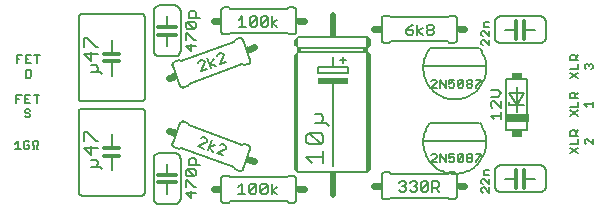
<source format=gto>
G75*
G70*
%OFA0B0*%
%FSLAX24Y24*%
%IPPOS*%
%LPD*%
%AMOC8*
5,1,8,0,0,1.08239X$1,22.5*
%
%ADD10C,0.0050*%
%ADD11C,0.0240*%
%ADD12C,0.0060*%
%ADD13R,0.0100X0.0240*%
%ADD14C,0.0120*%
%ADD15C,0.0200*%
%ADD16R,0.1000X0.0200*%
%ADD17R,0.0200X0.0300*%
%ADD18C,0.0070*%
%ADD19R,0.0787X0.0300*%
%ADD20R,0.0320X0.0220*%
D10*
X003182Y001480D02*
X003257Y001405D01*
X003182Y001480D02*
X003031Y001480D01*
X003106Y001555D01*
X003106Y001630D01*
X003031Y001705D01*
X002881Y001705D01*
X002881Y001865D02*
X002881Y002165D01*
X002656Y002090D02*
X002881Y001865D01*
X003106Y002090D02*
X002656Y002090D01*
X002656Y002325D02*
X002656Y002626D01*
X002731Y002626D01*
X003031Y002325D01*
X003106Y002325D01*
X001121Y002289D02*
X001121Y002199D01*
X001076Y002154D01*
X001076Y002064D01*
X001121Y002064D01*
X000986Y002064D02*
X000986Y002154D01*
X000941Y002199D01*
X000941Y002289D01*
X000986Y002334D01*
X001076Y002334D01*
X001121Y002289D01*
X000826Y002289D02*
X000781Y002334D01*
X000691Y002334D01*
X000646Y002289D01*
X000646Y002109D01*
X000691Y002064D01*
X000781Y002064D01*
X000826Y002109D01*
X000826Y002199D01*
X000736Y002199D01*
X000441Y002334D02*
X000441Y002064D01*
X000351Y002064D02*
X000532Y002064D01*
X000351Y002244D02*
X000441Y002334D01*
X000941Y002064D02*
X000986Y002064D01*
X002881Y001480D02*
X003031Y001480D01*
X006030Y001335D02*
X006030Y001218D01*
X006089Y001160D01*
X006322Y001160D01*
X006089Y001394D01*
X006322Y001394D01*
X006381Y001335D01*
X006381Y001218D01*
X006322Y001160D01*
X006089Y001025D02*
X006322Y000792D01*
X006381Y000792D01*
X006205Y000657D02*
X006205Y000423D01*
X006030Y000599D01*
X006381Y000599D01*
X006030Y000792D02*
X006030Y001025D01*
X006089Y001025D01*
X006030Y001335D02*
X006089Y001394D01*
X006147Y001528D02*
X006147Y001703D01*
X006205Y001762D01*
X006322Y001762D01*
X006381Y001703D01*
X006381Y001528D01*
X006497Y001528D02*
X006147Y001528D01*
X006946Y001979D02*
X006822Y002149D01*
X007026Y002198D01*
X007170Y002208D02*
X007245Y002243D01*
X007354Y002203D01*
X007389Y002128D01*
X007369Y002073D01*
X007070Y001934D01*
X007289Y001854D01*
X006782Y002039D02*
X006901Y002368D01*
X006755Y002359D02*
X006735Y002304D01*
X006435Y002165D01*
X006655Y002085D01*
X006755Y002359D02*
X006720Y002434D01*
X006610Y002474D01*
X006535Y002439D01*
X007906Y000916D02*
X007906Y000565D01*
X007790Y000565D02*
X008023Y000565D01*
X008158Y000624D02*
X008391Y000857D01*
X008391Y000624D01*
X008333Y000565D01*
X008216Y000565D01*
X008158Y000624D01*
X008158Y000857D01*
X008216Y000916D01*
X008333Y000916D01*
X008391Y000857D01*
X008526Y000857D02*
X008585Y000916D01*
X008701Y000916D01*
X008760Y000857D01*
X008526Y000624D01*
X008585Y000565D01*
X008701Y000565D01*
X008760Y000624D01*
X008760Y000857D01*
X008895Y000916D02*
X008895Y000565D01*
X008895Y000682D02*
X009070Y000565D01*
X008895Y000682D02*
X009070Y000799D01*
X008526Y000857D02*
X008526Y000624D01*
X007906Y000916D02*
X007790Y000799D01*
X013142Y000711D02*
X013201Y000653D01*
X013317Y000653D01*
X013376Y000711D01*
X013376Y000770D01*
X013317Y000828D01*
X013259Y000828D01*
X013317Y000828D02*
X013376Y000887D01*
X013376Y000945D01*
X013317Y001003D01*
X013201Y001003D01*
X013142Y000945D01*
X013511Y000945D02*
X013569Y001003D01*
X013686Y001003D01*
X013744Y000945D01*
X013744Y000887D01*
X013686Y000828D01*
X013744Y000770D01*
X013744Y000711D01*
X013686Y000653D01*
X013569Y000653D01*
X013511Y000711D01*
X013627Y000828D02*
X013686Y000828D01*
X013879Y000711D02*
X014112Y000945D01*
X014112Y000711D01*
X014054Y000653D01*
X013937Y000653D01*
X013879Y000711D01*
X013879Y000945D01*
X013937Y001003D01*
X014054Y001003D01*
X014112Y000945D01*
X014247Y001003D02*
X014422Y001003D01*
X014481Y000945D01*
X014481Y000828D01*
X014422Y000770D01*
X014247Y000770D01*
X014247Y000653D02*
X014247Y001003D01*
X014364Y000770D02*
X014481Y000653D01*
X015886Y000655D02*
X015931Y000610D01*
X015886Y000655D02*
X015886Y000745D01*
X015931Y000790D01*
X015976Y000790D01*
X016156Y000610D01*
X016156Y000790D01*
X016156Y000905D02*
X015976Y001085D01*
X015931Y001085D01*
X015886Y001040D01*
X015886Y000950D01*
X015931Y000905D01*
X016156Y000905D02*
X016156Y001085D01*
X016156Y001200D02*
X015976Y001200D01*
X015976Y001335D01*
X016021Y001380D01*
X016156Y001380D01*
X015697Y001632D02*
X015697Y001677D01*
X015877Y001857D01*
X015877Y001902D01*
X015697Y001902D01*
X015582Y001857D02*
X015582Y001812D01*
X015537Y001767D01*
X015447Y001767D01*
X015402Y001812D01*
X015402Y001857D01*
X015447Y001902D01*
X015537Y001902D01*
X015582Y001857D01*
X015537Y001767D02*
X015582Y001722D01*
X015582Y001677D01*
X015537Y001632D01*
X015447Y001632D01*
X015402Y001677D01*
X015402Y001722D01*
X015447Y001767D01*
X015288Y001677D02*
X015242Y001632D01*
X015152Y001632D01*
X015107Y001677D01*
X015288Y001857D01*
X015288Y001677D01*
X015107Y001677D02*
X015107Y001857D01*
X015152Y001902D01*
X015242Y001902D01*
X015288Y001857D01*
X014993Y001902D02*
X014813Y001902D01*
X014813Y001767D01*
X014903Y001812D01*
X014948Y001812D01*
X014993Y001767D01*
X014993Y001677D01*
X014948Y001632D01*
X014858Y001632D01*
X014813Y001677D01*
X014698Y001632D02*
X014698Y001902D01*
X014518Y001902D02*
X014698Y001632D01*
X014518Y001632D02*
X014518Y001902D01*
X014404Y001857D02*
X014359Y001902D01*
X014268Y001902D01*
X014223Y001857D01*
X014404Y001857D02*
X014404Y001812D01*
X014223Y001632D01*
X014404Y001632D01*
X014047Y002731D02*
X014074Y002787D01*
X014105Y002841D01*
X014139Y002893D01*
X014176Y002943D01*
X014177Y002943D02*
X015826Y002943D01*
X016200Y003185D02*
X016317Y003068D01*
X016200Y003185D02*
X016551Y003185D01*
X016551Y003301D02*
X016551Y003068D01*
X016551Y003436D02*
X016317Y003670D01*
X016259Y003670D01*
X016200Y003611D01*
X016200Y003495D01*
X016259Y003436D01*
X016551Y003436D02*
X016551Y003670D01*
X016434Y003805D02*
X016200Y003805D01*
X016434Y003805D02*
X016551Y003921D01*
X016434Y004038D01*
X016200Y004038D01*
X015877Y004338D02*
X015697Y004157D01*
X015697Y004112D01*
X015582Y004157D02*
X015537Y004112D01*
X015447Y004112D01*
X015402Y004157D01*
X015402Y004202D01*
X015447Y004248D01*
X015537Y004248D01*
X015582Y004202D01*
X015582Y004157D01*
X015537Y004248D02*
X015582Y004293D01*
X015582Y004338D01*
X015537Y004383D01*
X015447Y004383D01*
X015402Y004338D01*
X015402Y004293D01*
X015447Y004248D01*
X015288Y004338D02*
X015288Y004157D01*
X015242Y004112D01*
X015152Y004112D01*
X015107Y004157D01*
X015288Y004338D01*
X015242Y004383D01*
X015152Y004383D01*
X015107Y004338D01*
X015107Y004157D01*
X014993Y004157D02*
X014948Y004112D01*
X014858Y004112D01*
X014813Y004157D01*
X014813Y004248D02*
X014903Y004293D01*
X014948Y004293D01*
X014993Y004248D01*
X014993Y004157D01*
X014813Y004248D02*
X014813Y004383D01*
X014993Y004383D01*
X014698Y004383D02*
X014698Y004112D01*
X014518Y004383D01*
X014518Y004112D01*
X014404Y004112D02*
X014223Y004112D01*
X014404Y004293D01*
X014404Y004338D01*
X014359Y004383D01*
X014268Y004383D01*
X014223Y004338D01*
X014047Y005211D02*
X014074Y005267D01*
X014105Y005321D01*
X014139Y005373D01*
X014176Y005423D01*
X014177Y005423D02*
X015826Y005423D01*
X015931Y005532D02*
X015886Y005577D01*
X015886Y005667D01*
X015931Y005712D01*
X015976Y005712D01*
X016156Y005532D01*
X016156Y005712D01*
X016156Y005826D02*
X015976Y006006D01*
X015931Y006006D01*
X015886Y005961D01*
X015886Y005871D01*
X015931Y005826D01*
X016156Y005826D02*
X016156Y006006D01*
X016156Y006121D02*
X015976Y006121D01*
X015976Y006256D01*
X016021Y006301D01*
X016156Y006301D01*
X014296Y006162D02*
X014296Y006104D01*
X014237Y006045D01*
X014121Y006045D01*
X014062Y006104D01*
X014062Y006162D01*
X014121Y006220D01*
X014237Y006220D01*
X014296Y006162D01*
X014237Y006045D02*
X014296Y005987D01*
X014296Y005929D01*
X014237Y005870D01*
X014121Y005870D01*
X014062Y005929D01*
X014062Y005987D01*
X014121Y006045D01*
X013930Y006104D02*
X013755Y005987D01*
X013930Y005870D01*
X013755Y005870D02*
X013755Y006220D01*
X013620Y006220D02*
X013504Y006162D01*
X013387Y006045D01*
X013562Y006045D01*
X013620Y005987D01*
X013620Y005929D01*
X013562Y005870D01*
X013445Y005870D01*
X013387Y005929D01*
X013387Y006045D01*
X013953Y004823D02*
X014449Y004823D01*
X014554Y004823D01*
X015449Y004823D01*
X015554Y004823D01*
X016050Y004823D01*
X015952Y005220D02*
X015925Y005274D01*
X015895Y005325D01*
X015862Y005375D01*
X015827Y005423D01*
X013953Y004823D02*
X013952Y004759D01*
X013955Y004695D01*
X013962Y004631D01*
X013972Y004568D01*
X013987Y004506D01*
X014005Y004445D01*
X014027Y004384D01*
X014052Y004326D01*
X016051Y004823D02*
X016046Y004882D01*
X016039Y004940D01*
X016028Y004998D01*
X016013Y005055D01*
X015996Y005111D01*
X015976Y005166D01*
X015952Y005220D01*
X016051Y004823D02*
X016052Y004759D01*
X016049Y004695D01*
X016042Y004631D01*
X016032Y004568D01*
X016017Y004506D01*
X015999Y004445D01*
X015977Y004384D01*
X015952Y004326D01*
X015877Y004338D02*
X015877Y004383D01*
X015697Y004383D01*
X013953Y004823D02*
X013958Y004882D01*
X013965Y004940D01*
X013976Y004998D01*
X013991Y005055D01*
X014008Y005111D01*
X014028Y005166D01*
X014052Y005220D01*
X014052Y004326D02*
X014081Y004269D01*
X014114Y004213D01*
X014149Y004160D01*
X014189Y004109D01*
X014231Y004061D01*
X014276Y004015D01*
X014323Y003972D01*
X014373Y003932D01*
X014426Y003895D01*
X014481Y003862D01*
X014537Y003831D01*
X014596Y003805D01*
X014656Y003782D01*
X014717Y003762D01*
X014779Y003747D01*
X014842Y003735D01*
X014906Y003727D01*
X014970Y003723D01*
X015034Y003723D01*
X015098Y003727D01*
X015162Y003735D01*
X015225Y003747D01*
X015287Y003762D01*
X015348Y003782D01*
X015408Y003805D01*
X015467Y003831D01*
X015523Y003862D01*
X015578Y003895D01*
X015631Y003932D01*
X015681Y003972D01*
X015728Y004015D01*
X015773Y004061D01*
X015815Y004109D01*
X015855Y004160D01*
X015890Y004213D01*
X015923Y004269D01*
X015952Y004326D01*
X018852Y004436D02*
X019123Y004616D01*
X019123Y004731D02*
X018852Y004731D01*
X018852Y004616D02*
X019123Y004436D01*
X019123Y004731D02*
X019123Y004911D01*
X019123Y005025D02*
X018852Y005025D01*
X018852Y005160D01*
X018897Y005205D01*
X018987Y005205D01*
X019032Y005160D01*
X019032Y005025D01*
X019032Y005115D02*
X019123Y005205D01*
X019377Y004911D02*
X019422Y004911D01*
X019467Y004866D01*
X019512Y004911D01*
X019558Y004911D01*
X019603Y004866D01*
X019603Y004776D01*
X019558Y004731D01*
X019467Y004821D02*
X019467Y004866D01*
X019377Y004911D02*
X019332Y004866D01*
X019332Y004776D01*
X019377Y004731D01*
X019115Y003948D02*
X019025Y003857D01*
X019025Y003902D02*
X019025Y003767D01*
X019115Y003767D02*
X018845Y003767D01*
X018845Y003902D01*
X018890Y003948D01*
X018980Y003948D01*
X019025Y003902D01*
X019115Y003653D02*
X019115Y003473D01*
X018845Y003473D01*
X018845Y003358D02*
X019115Y003178D01*
X019115Y003358D02*
X018845Y003178D01*
X019325Y003563D02*
X019415Y003473D01*
X019595Y003473D02*
X019595Y003653D01*
X019595Y003563D02*
X019325Y003563D01*
X019123Y002696D02*
X019032Y002606D01*
X019032Y002651D02*
X019032Y002515D01*
X019123Y002515D02*
X018852Y002515D01*
X018852Y002651D01*
X018897Y002696D01*
X018987Y002696D01*
X019032Y002651D01*
X019123Y002401D02*
X019123Y002221D01*
X018852Y002221D01*
X018852Y002106D02*
X019123Y001926D01*
X019123Y002106D02*
X018852Y001926D01*
X019332Y002266D02*
X019377Y002221D01*
X019332Y002266D02*
X019332Y002356D01*
X019377Y002401D01*
X019422Y002401D01*
X019603Y002221D01*
X019603Y002401D01*
X016050Y002343D02*
X015554Y002343D01*
X015449Y002343D01*
X014554Y002343D01*
X014449Y002343D01*
X013953Y002343D01*
X015952Y001846D02*
X015977Y001904D01*
X015999Y001965D01*
X016017Y002026D01*
X016032Y002088D01*
X016042Y002151D01*
X016049Y002215D01*
X016052Y002279D01*
X016051Y002343D01*
X015952Y002740D02*
X015925Y002794D01*
X015895Y002845D01*
X015862Y002895D01*
X015827Y002943D01*
X013953Y002343D02*
X013952Y002279D01*
X013955Y002215D01*
X013962Y002151D01*
X013972Y002088D01*
X013987Y002026D01*
X014005Y001965D01*
X014027Y001904D01*
X014052Y001846D01*
X016051Y002343D02*
X016046Y002402D01*
X016039Y002460D01*
X016028Y002518D01*
X016013Y002575D01*
X015996Y002631D01*
X015976Y002686D01*
X015952Y002740D01*
X015952Y001846D02*
X015923Y001789D01*
X015890Y001733D01*
X015855Y001680D01*
X015815Y001629D01*
X015773Y001581D01*
X015728Y001535D01*
X015681Y001492D01*
X015631Y001452D01*
X015578Y001415D01*
X015523Y001382D01*
X015467Y001351D01*
X015408Y001325D01*
X015348Y001302D01*
X015287Y001282D01*
X015225Y001267D01*
X015162Y001255D01*
X015098Y001247D01*
X015034Y001243D01*
X014970Y001243D01*
X014906Y001247D01*
X014842Y001255D01*
X014779Y001267D01*
X014717Y001282D01*
X014656Y001302D01*
X014596Y001325D01*
X014537Y001351D01*
X014481Y001382D01*
X014426Y001415D01*
X014373Y001452D01*
X014323Y001492D01*
X014276Y001535D01*
X014231Y001581D01*
X014189Y001629D01*
X014149Y001680D01*
X014114Y001733D01*
X014081Y001789D01*
X014052Y001846D01*
X013953Y002343D02*
X013958Y002402D01*
X013965Y002460D01*
X013976Y002518D01*
X013991Y002575D01*
X014008Y002631D01*
X014028Y002686D01*
X014052Y002740D01*
X007383Y004968D02*
X007164Y004888D01*
X007304Y005187D01*
X007284Y005242D01*
X007209Y005277D01*
X007099Y005237D01*
X007064Y005162D01*
X006960Y005062D02*
X006836Y004893D01*
X007040Y004843D01*
X006876Y004783D02*
X006756Y005112D01*
X006649Y005011D02*
X006574Y005046D01*
X006465Y005006D01*
X006430Y004931D01*
X006649Y005011D02*
X006669Y004956D01*
X006530Y004657D01*
X006749Y004737D01*
X006205Y005345D02*
X006205Y005578D01*
X006030Y005520D02*
X006205Y005345D01*
X006030Y005520D02*
X006381Y005520D01*
X006381Y005713D02*
X006322Y005713D01*
X006089Y005947D01*
X006030Y005947D01*
X006030Y005713D01*
X006089Y006081D02*
X006030Y006140D01*
X006030Y006256D01*
X006089Y006315D01*
X006322Y006081D01*
X006381Y006140D01*
X006381Y006256D01*
X006322Y006315D01*
X006089Y006315D01*
X006147Y006450D02*
X006147Y006625D01*
X006205Y006683D01*
X006322Y006683D01*
X006381Y006625D01*
X006381Y006450D01*
X006497Y006450D02*
X006147Y006450D01*
X006089Y006081D02*
X006322Y006081D01*
X007803Y006152D02*
X008037Y006152D01*
X007920Y006152D02*
X007920Y006502D01*
X007803Y006385D01*
X008171Y006444D02*
X008230Y006502D01*
X008347Y006502D01*
X008405Y006444D01*
X008171Y006210D01*
X008230Y006152D01*
X008347Y006152D01*
X008405Y006210D01*
X008405Y006444D01*
X008540Y006444D02*
X008598Y006502D01*
X008715Y006502D01*
X008773Y006444D01*
X008540Y006210D01*
X008598Y006152D01*
X008715Y006152D01*
X008773Y006210D01*
X008773Y006444D01*
X008908Y006502D02*
X008908Y006152D01*
X008908Y006269D02*
X009083Y006152D01*
X008908Y006269D02*
X009083Y006385D01*
X008540Y006444D02*
X008540Y006210D01*
X008171Y006210D02*
X008171Y006444D01*
X003106Y005475D02*
X003031Y005475D01*
X002731Y005775D01*
X002656Y005775D01*
X002656Y005475D01*
X002881Y005315D02*
X002881Y005015D01*
X002656Y005240D01*
X003106Y005240D01*
X003031Y004854D02*
X002881Y004854D01*
X003031Y004854D02*
X003106Y004779D01*
X003106Y004704D01*
X003031Y004629D01*
X003182Y004629D01*
X003257Y004554D01*
X003031Y004629D02*
X002881Y004629D01*
X001170Y005196D02*
X000990Y005196D01*
X001080Y005196D02*
X001080Y004926D01*
X000875Y004926D02*
X000695Y004926D01*
X000695Y005196D01*
X000875Y005196D01*
X000785Y005061D02*
X000695Y005061D01*
X000491Y005061D02*
X000401Y005061D01*
X000401Y004926D02*
X000401Y005196D01*
X000581Y005196D01*
X000695Y004716D02*
X000830Y004716D01*
X000875Y004671D01*
X000875Y004491D01*
X000830Y004446D01*
X000695Y004446D01*
X000695Y004716D01*
X000676Y003877D02*
X000676Y003607D01*
X000856Y003607D01*
X001060Y003607D02*
X001060Y003877D01*
X000970Y003877D02*
X001150Y003877D01*
X000856Y003877D02*
X000676Y003877D01*
X000561Y003877D02*
X000381Y003877D01*
X000381Y003607D01*
X000381Y003742D02*
X000471Y003742D01*
X000676Y003742D02*
X000766Y003742D01*
X000811Y003397D02*
X000721Y003397D01*
X000676Y003352D01*
X000676Y003307D01*
X000721Y003262D01*
X000811Y003262D01*
X000856Y003217D01*
X000856Y003172D01*
X000811Y003127D01*
X000721Y003127D01*
X000676Y003172D01*
X000856Y003352D02*
X000811Y003397D01*
D11*
X005482Y002680D02*
X005623Y002629D01*
X008160Y001705D02*
X008301Y001654D01*
X007116Y000730D02*
X006966Y000730D01*
X009816Y000730D02*
X009966Y000730D01*
X012320Y000848D02*
X012470Y000848D01*
X015170Y000848D02*
X015320Y000848D01*
X005623Y004481D02*
X005482Y004429D01*
X008160Y005404D02*
X008301Y005456D01*
X007116Y006340D02*
X006966Y006340D01*
X009816Y006340D02*
X009966Y006340D01*
X012320Y006065D02*
X012470Y006065D01*
X015170Y006065D02*
X015320Y006065D01*
D12*
X002465Y003320D02*
X002465Y000620D01*
X002467Y000603D01*
X002471Y000586D01*
X002478Y000570D01*
X002488Y000556D01*
X002501Y000543D01*
X002515Y000533D01*
X002531Y000526D01*
X002548Y000522D01*
X002565Y000520D01*
X004565Y000520D01*
X004582Y000522D01*
X004599Y000526D01*
X004615Y000533D01*
X004629Y000543D01*
X004642Y000556D01*
X004652Y000570D01*
X004659Y000586D01*
X004663Y000603D01*
X004665Y000620D01*
X004665Y003320D01*
X004663Y003337D01*
X004659Y003354D01*
X004652Y003370D01*
X004642Y003384D01*
X004629Y003397D01*
X004615Y003407D01*
X004599Y003414D01*
X004582Y003418D01*
X004565Y003420D01*
X002565Y003420D01*
X002548Y003418D01*
X002531Y003414D01*
X002515Y003407D01*
X002501Y003397D01*
X002488Y003384D01*
X002478Y003370D01*
X002471Y003354D01*
X002467Y003337D01*
X002465Y003320D01*
X002565Y003670D02*
X004565Y003670D01*
X004582Y003672D01*
X004599Y003676D01*
X004615Y003683D01*
X004629Y003693D01*
X004642Y003706D01*
X004652Y003720D01*
X004659Y003736D01*
X004663Y003753D01*
X004665Y003770D01*
X004665Y006470D01*
X004663Y006487D01*
X004659Y006504D01*
X004652Y006520D01*
X004642Y006534D01*
X004629Y006547D01*
X004615Y006557D01*
X004599Y006564D01*
X004582Y006568D01*
X004565Y006570D01*
X002565Y006570D01*
X002548Y006568D01*
X002531Y006564D01*
X002515Y006557D01*
X002501Y006547D01*
X002488Y006534D01*
X002478Y006520D01*
X002471Y006504D01*
X002467Y006487D01*
X002465Y006470D01*
X002465Y003770D01*
X002467Y003753D01*
X002471Y003736D01*
X002478Y003720D01*
X002488Y003706D01*
X002501Y003693D01*
X002515Y003683D01*
X002531Y003676D01*
X002548Y003672D01*
X002565Y003670D01*
X003565Y004520D02*
X003565Y005000D01*
X003565Y005250D02*
X003565Y005720D01*
X004965Y005356D02*
X004965Y006656D01*
X004967Y006682D01*
X004972Y006708D01*
X004980Y006733D01*
X004992Y006756D01*
X005006Y006778D01*
X005024Y006797D01*
X005043Y006815D01*
X005065Y006829D01*
X005088Y006841D01*
X005113Y006849D01*
X005139Y006854D01*
X005165Y006856D01*
X005665Y006856D01*
X005691Y006854D01*
X005717Y006849D01*
X005742Y006841D01*
X005765Y006829D01*
X005787Y006815D01*
X005806Y006797D01*
X005824Y006778D01*
X005838Y006756D01*
X005850Y006733D01*
X005858Y006708D01*
X005863Y006682D01*
X005865Y006656D01*
X005865Y005356D01*
X005863Y005330D01*
X005858Y005304D01*
X005850Y005279D01*
X005838Y005256D01*
X005824Y005234D01*
X005806Y005215D01*
X005787Y005197D01*
X005765Y005183D01*
X005742Y005171D01*
X005717Y005163D01*
X005691Y005158D01*
X005665Y005156D01*
X005165Y005156D01*
X005139Y005158D01*
X005113Y005163D01*
X005088Y005171D01*
X005065Y005183D01*
X005043Y005197D01*
X005024Y005215D01*
X005006Y005234D01*
X004992Y005256D01*
X004980Y005279D01*
X004972Y005304D01*
X004967Y005330D01*
X004965Y005356D01*
X005415Y005506D02*
X005415Y005876D01*
X005415Y006126D02*
X005415Y006506D01*
X007216Y006690D02*
X007216Y005990D01*
X007218Y005973D01*
X007222Y005956D01*
X007229Y005940D01*
X007239Y005926D01*
X007252Y005913D01*
X007266Y005903D01*
X007282Y005896D01*
X007299Y005892D01*
X007316Y005890D01*
X007466Y005890D01*
X007516Y005940D01*
X009416Y005940D01*
X009466Y005890D01*
X009616Y005890D01*
X009633Y005892D01*
X009650Y005896D01*
X009666Y005903D01*
X009680Y005913D01*
X009693Y005926D01*
X009703Y005940D01*
X009710Y005956D01*
X009714Y005973D01*
X009716Y005990D01*
X009716Y006690D01*
X009714Y006707D01*
X009710Y006724D01*
X009703Y006740D01*
X009693Y006754D01*
X009680Y006767D01*
X009666Y006777D01*
X009650Y006784D01*
X009633Y006788D01*
X009616Y006790D01*
X009466Y006790D01*
X009416Y006740D01*
X007516Y006740D01*
X007466Y006790D01*
X007316Y006790D01*
X007299Y006788D01*
X007282Y006784D01*
X007266Y006777D01*
X007252Y006767D01*
X007239Y006754D01*
X007229Y006740D01*
X007222Y006724D01*
X007218Y006707D01*
X007216Y006690D01*
X007677Y005707D02*
X007818Y005759D01*
X007946Y005699D02*
X008186Y005041D01*
X008190Y005024D01*
X008192Y005007D01*
X008190Y004990D01*
X008186Y004973D01*
X008179Y004957D01*
X008169Y004943D01*
X008156Y004930D01*
X008142Y004920D01*
X008126Y004913D01*
X007985Y004862D01*
X007921Y004892D01*
X006135Y004242D01*
X006106Y004178D01*
X005965Y004126D01*
X005964Y004126D02*
X005947Y004122D01*
X005930Y004120D01*
X005913Y004122D01*
X005896Y004126D01*
X005880Y004133D01*
X005866Y004143D01*
X005853Y004156D01*
X005843Y004170D01*
X005836Y004186D01*
X005597Y004844D01*
X005593Y004861D01*
X005591Y004878D01*
X005593Y004895D01*
X005597Y004912D01*
X005604Y004928D01*
X005614Y004942D01*
X005627Y004955D01*
X005641Y004965D01*
X005657Y004972D01*
X005798Y005023D01*
X005862Y004993D01*
X007647Y005643D01*
X007677Y005707D01*
X007818Y005759D02*
X007837Y005764D01*
X007856Y005765D01*
X007876Y005762D01*
X007894Y005756D01*
X007911Y005746D01*
X007926Y005733D01*
X007937Y005717D01*
X007946Y005699D01*
X009677Y005695D02*
X009677Y005545D01*
X009727Y005495D01*
X009727Y005745D01*
X009677Y005695D01*
X009697Y005695D01*
X009697Y005545D01*
X009727Y005495D02*
X009777Y005445D01*
X009797Y005445D01*
X009797Y005295D01*
X009777Y005295D01*
X009727Y005245D01*
X009727Y001345D01*
X009677Y001395D01*
X009677Y005195D01*
X009697Y005195D01*
X009697Y001395D01*
X009727Y001345D02*
X009777Y001295D01*
X012077Y001295D01*
X012077Y005295D01*
X012077Y005445D01*
X011977Y005445D01*
X009827Y005445D01*
X009827Y005295D01*
X009797Y005295D01*
X009777Y005295D02*
X009777Y005445D01*
X009797Y005445D02*
X009827Y005445D01*
X009827Y005295D02*
X011977Y005295D01*
X011977Y005445D01*
X012077Y005445D02*
X012077Y005795D01*
X012177Y005695D01*
X012177Y005545D01*
X012077Y005445D01*
X012077Y005295D02*
X011977Y005295D01*
X012077Y005295D02*
X012177Y005195D01*
X012177Y001395D01*
X012077Y001295D01*
X012570Y001198D02*
X012570Y000498D01*
X012572Y000481D01*
X012576Y000464D01*
X012583Y000448D01*
X012593Y000434D01*
X012606Y000421D01*
X012620Y000411D01*
X012636Y000404D01*
X012653Y000400D01*
X012670Y000398D01*
X012820Y000398D01*
X012870Y000448D01*
X014770Y000448D01*
X014820Y000398D01*
X014970Y000398D01*
X014987Y000400D01*
X015004Y000404D01*
X015020Y000411D01*
X015034Y000421D01*
X015047Y000434D01*
X015057Y000448D01*
X015064Y000464D01*
X015068Y000481D01*
X015070Y000498D01*
X015070Y001198D01*
X015068Y001215D01*
X015064Y001232D01*
X015057Y001248D01*
X015047Y001262D01*
X015034Y001275D01*
X015020Y001285D01*
X015004Y001292D01*
X014987Y001296D01*
X014970Y001298D01*
X014820Y001298D01*
X014770Y001248D01*
X012870Y001248D01*
X012820Y001298D01*
X012670Y001298D01*
X012653Y001296D01*
X012636Y001292D01*
X012620Y001285D01*
X012606Y001275D01*
X012593Y001262D01*
X012583Y001248D01*
X012576Y001232D01*
X012572Y001215D01*
X012570Y001198D01*
X010927Y001495D02*
X010927Y004295D01*
X010427Y004595D02*
X011427Y004595D01*
X011427Y004795D01*
X010927Y004795D01*
X010427Y004795D01*
X010427Y004595D01*
X010927Y004795D02*
X010927Y005145D01*
X011177Y005045D02*
X011377Y005045D01*
X011277Y005145D02*
X011277Y004945D01*
X009727Y005245D02*
X009677Y005195D01*
X009727Y005745D02*
X009777Y005795D01*
X012077Y005795D01*
X012570Y005715D02*
X012570Y006415D01*
X012572Y006432D01*
X012576Y006449D01*
X012583Y006465D01*
X012593Y006479D01*
X012606Y006492D01*
X012620Y006502D01*
X012636Y006509D01*
X012653Y006513D01*
X012670Y006515D01*
X012820Y006515D01*
X012870Y006465D01*
X014770Y006465D01*
X014820Y006515D01*
X014970Y006515D01*
X014987Y006513D01*
X015004Y006509D01*
X015020Y006502D01*
X015034Y006492D01*
X015047Y006479D01*
X015057Y006465D01*
X015064Y006449D01*
X015068Y006432D01*
X015070Y006415D01*
X015070Y005715D01*
X015068Y005698D01*
X015064Y005681D01*
X015057Y005665D01*
X015047Y005651D01*
X015034Y005638D01*
X015020Y005628D01*
X015004Y005621D01*
X014987Y005617D01*
X014970Y005615D01*
X014820Y005615D01*
X014770Y005665D01*
X012870Y005665D01*
X012820Y005615D01*
X012670Y005615D01*
X012653Y005617D01*
X012636Y005621D01*
X012620Y005628D01*
X012606Y005638D01*
X012593Y005651D01*
X012583Y005665D01*
X012576Y005681D01*
X012572Y005698D01*
X012570Y005715D01*
X016337Y005795D02*
X016337Y006295D01*
X016339Y006321D01*
X016344Y006347D01*
X016352Y006372D01*
X016364Y006395D01*
X016378Y006417D01*
X016396Y006436D01*
X016415Y006454D01*
X016437Y006468D01*
X016460Y006480D01*
X016485Y006488D01*
X016511Y006493D01*
X016537Y006495D01*
X017837Y006495D01*
X017863Y006493D01*
X017889Y006488D01*
X017914Y006480D01*
X017937Y006468D01*
X017959Y006454D01*
X017978Y006436D01*
X017996Y006417D01*
X018010Y006395D01*
X018022Y006372D01*
X018030Y006347D01*
X018035Y006321D01*
X018037Y006295D01*
X018037Y005795D01*
X018035Y005769D01*
X018030Y005743D01*
X018022Y005718D01*
X018010Y005695D01*
X017996Y005673D01*
X017978Y005654D01*
X017959Y005636D01*
X017937Y005622D01*
X017914Y005610D01*
X017889Y005602D01*
X017863Y005597D01*
X017837Y005595D01*
X016537Y005595D01*
X016511Y005597D01*
X016485Y005602D01*
X016460Y005610D01*
X016437Y005622D01*
X016415Y005636D01*
X016396Y005654D01*
X016378Y005673D01*
X016364Y005695D01*
X016352Y005718D01*
X016344Y005743D01*
X016339Y005769D01*
X016337Y005795D01*
X016687Y006045D02*
X017057Y006045D01*
X017307Y006045D02*
X017687Y006045D01*
X017419Y004401D02*
X016719Y004401D01*
X016719Y002689D01*
X017419Y002689D01*
X017419Y004401D01*
X017069Y004145D02*
X017069Y003545D01*
X016819Y003545D01*
X016819Y003645D01*
X017069Y003545D02*
X017319Y003545D01*
X017069Y003545D02*
X016819Y003945D01*
X017319Y003945D01*
X017069Y003545D01*
X017069Y003295D01*
X016537Y001534D02*
X017837Y001534D01*
X017863Y001532D01*
X017889Y001527D01*
X017914Y001519D01*
X017937Y001507D01*
X017959Y001493D01*
X017978Y001475D01*
X017996Y001456D01*
X018010Y001434D01*
X018022Y001411D01*
X018030Y001386D01*
X018035Y001360D01*
X018037Y001334D01*
X018037Y000834D01*
X018035Y000808D01*
X018030Y000782D01*
X018022Y000757D01*
X018010Y000734D01*
X017996Y000712D01*
X017978Y000693D01*
X017959Y000675D01*
X017937Y000661D01*
X017914Y000649D01*
X017889Y000641D01*
X017863Y000636D01*
X017837Y000634D01*
X016537Y000634D01*
X016511Y000636D01*
X016485Y000641D01*
X016460Y000649D01*
X016437Y000661D01*
X016415Y000675D01*
X016396Y000693D01*
X016378Y000712D01*
X016364Y000734D01*
X016352Y000757D01*
X016344Y000782D01*
X016339Y000808D01*
X016337Y000834D01*
X016337Y001334D01*
X016339Y001360D01*
X016344Y001386D01*
X016352Y001411D01*
X016364Y001434D01*
X016378Y001456D01*
X016396Y001475D01*
X016415Y001493D01*
X016437Y001507D01*
X016460Y001519D01*
X016485Y001527D01*
X016511Y001532D01*
X016537Y001534D01*
X016687Y001084D02*
X017057Y001084D01*
X017307Y001084D02*
X017687Y001084D01*
X009716Y001080D02*
X009716Y000380D01*
X009714Y000363D01*
X009710Y000346D01*
X009703Y000330D01*
X009693Y000316D01*
X009680Y000303D01*
X009666Y000293D01*
X009650Y000286D01*
X009633Y000282D01*
X009616Y000280D01*
X009466Y000280D01*
X009416Y000330D01*
X007516Y000330D01*
X007466Y000280D01*
X007316Y000280D01*
X007299Y000282D01*
X007282Y000286D01*
X007266Y000293D01*
X007252Y000303D01*
X007239Y000316D01*
X007229Y000330D01*
X007222Y000346D01*
X007218Y000363D01*
X007216Y000380D01*
X007216Y001080D01*
X007218Y001097D01*
X007222Y001114D01*
X007229Y001130D01*
X007239Y001144D01*
X007252Y001157D01*
X007266Y001167D01*
X007282Y001174D01*
X007299Y001178D01*
X007316Y001180D01*
X007466Y001180D01*
X007516Y001130D01*
X009416Y001130D01*
X009466Y001180D01*
X009616Y001180D01*
X009633Y001178D01*
X009650Y001174D01*
X009666Y001167D01*
X009680Y001157D01*
X009693Y001144D01*
X009703Y001130D01*
X009710Y001114D01*
X009714Y001097D01*
X009716Y001080D01*
X007946Y001411D02*
X008186Y002068D01*
X008190Y002085D01*
X008192Y002102D01*
X008190Y002119D01*
X008186Y002136D01*
X008179Y002152D01*
X008169Y002166D01*
X008156Y002179D01*
X008142Y002189D01*
X008126Y002196D01*
X007985Y002248D01*
X007921Y002218D01*
X006135Y002868D01*
X006106Y002932D01*
X005965Y002983D01*
X005836Y002923D02*
X005597Y002266D01*
X005597Y002265D02*
X005593Y002248D01*
X005591Y002231D01*
X005593Y002214D01*
X005597Y002197D01*
X005604Y002181D01*
X005614Y002167D01*
X005627Y002154D01*
X005641Y002144D01*
X005657Y002137D01*
X005798Y002086D01*
X005862Y002116D01*
X007647Y001466D01*
X007677Y001402D01*
X007818Y001351D01*
X007835Y001347D01*
X007852Y001345D01*
X007869Y001347D01*
X007886Y001351D01*
X007902Y001358D01*
X007916Y001368D01*
X007929Y001381D01*
X007939Y001395D01*
X007946Y001411D01*
X005865Y001734D02*
X005865Y000434D01*
X005863Y000408D01*
X005858Y000382D01*
X005850Y000357D01*
X005838Y000334D01*
X005824Y000312D01*
X005806Y000293D01*
X005787Y000275D01*
X005765Y000261D01*
X005742Y000249D01*
X005717Y000241D01*
X005691Y000236D01*
X005665Y000234D01*
X005165Y000234D01*
X005139Y000236D01*
X005113Y000241D01*
X005088Y000249D01*
X005065Y000261D01*
X005043Y000275D01*
X005024Y000293D01*
X005006Y000312D01*
X004992Y000334D01*
X004980Y000357D01*
X004972Y000382D01*
X004967Y000408D01*
X004965Y000434D01*
X004965Y001734D01*
X004967Y001760D01*
X004972Y001786D01*
X004980Y001811D01*
X004992Y001834D01*
X005006Y001856D01*
X005024Y001875D01*
X005043Y001893D01*
X005065Y001907D01*
X005088Y001919D01*
X005113Y001927D01*
X005139Y001932D01*
X005165Y001934D01*
X005665Y001934D01*
X005691Y001932D01*
X005717Y001927D01*
X005742Y001919D01*
X005765Y001907D01*
X005787Y001893D01*
X005806Y001875D01*
X005824Y001856D01*
X005838Y001834D01*
X005850Y001811D01*
X005858Y001786D01*
X005863Y001760D01*
X005865Y001734D01*
X005415Y001584D02*
X005415Y001204D01*
X005415Y000954D02*
X005415Y000584D01*
X003565Y001370D02*
X003565Y001850D01*
X003565Y002100D02*
X003565Y002570D01*
X005836Y002923D02*
X005843Y002939D01*
X005853Y002953D01*
X005866Y002966D01*
X005880Y002976D01*
X005896Y002983D01*
X005913Y002987D01*
X005930Y002989D01*
X005947Y002987D01*
X005964Y002983D01*
D13*
G36*
X005675Y002483D02*
X005582Y002517D01*
X005665Y002741D01*
X005758Y002707D01*
X005675Y002483D01*
G37*
G36*
X008118Y001593D02*
X008025Y001627D01*
X008108Y001851D01*
X008201Y001817D01*
X008118Y001593D01*
G37*
X007166Y000730D03*
X009766Y000730D03*
X012520Y000848D03*
X015120Y000848D03*
G36*
X005758Y004403D02*
X005665Y004369D01*
X005582Y004593D01*
X005675Y004627D01*
X005758Y004403D01*
G37*
G36*
X008201Y005292D02*
X008108Y005258D01*
X008025Y005482D01*
X008118Y005516D01*
X008201Y005292D01*
G37*
X007166Y006340D03*
X009766Y006340D03*
X012520Y006065D03*
X015120Y006065D03*
D14*
X017057Y006345D02*
X017057Y005745D01*
X017307Y005745D02*
X017307Y006345D01*
X012127Y005695D02*
X012127Y005545D01*
X012027Y005395D02*
X012027Y005345D01*
X012127Y005195D02*
X012127Y001395D01*
X017057Y001384D02*
X017057Y000784D01*
X017307Y000784D02*
X017307Y001384D01*
X005715Y001204D02*
X005115Y001204D01*
X005115Y000954D02*
X005715Y000954D01*
X003815Y001850D02*
X003565Y001850D01*
X003315Y001850D01*
X003315Y002100D02*
X003565Y002100D01*
X003815Y002100D01*
X003815Y005000D02*
X003565Y005000D01*
X003315Y005000D01*
X003315Y005250D02*
X003565Y005250D01*
X003815Y005250D01*
X005115Y005876D02*
X005715Y005876D01*
X005715Y006126D02*
X005115Y006126D01*
D15*
X010927Y006095D02*
X010927Y006545D01*
X010927Y000995D02*
X010927Y000545D01*
D16*
X010927Y004345D03*
D17*
X010927Y005945D03*
X010927Y001145D03*
D18*
X010625Y001613D02*
X010625Y002007D01*
X010625Y001810D02*
X010034Y001810D01*
X010231Y001613D01*
X010133Y002221D02*
X010034Y002319D01*
X010034Y002516D01*
X010133Y002614D01*
X010527Y002221D01*
X010625Y002319D01*
X010625Y002516D01*
X010527Y002614D01*
X010133Y002614D01*
X010723Y002927D02*
X010822Y002828D01*
X010723Y002927D02*
X010527Y002927D01*
X010625Y003025D01*
X010625Y003124D01*
X010527Y003222D01*
X010330Y003222D01*
X010330Y002927D02*
X010527Y002927D01*
X010527Y002221D02*
X010133Y002221D01*
D19*
X017069Y003089D03*
D20*
X017069Y002579D03*
X017069Y004511D03*
M02*

</source>
